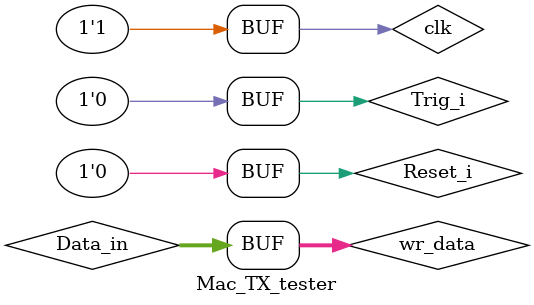
<source format=v>
`timescale 1ns / 1ps


module Mac_TX_tester;

	// Inputs
	reg clk;
	reg Trig_i;
	reg Reset_i;
	reg [7:0] Data_in;
	reg Last_byte;

	// Outputs
	wire Busy;
	wire Data_Strobe;
	wire PHY_TXEN_o;
	wire PHY_GTXCLK_o;
	wire [3:0] PHY_TXD_o;

	// Instantiate the Unit Under Test (UUT)
	Mac_TX uut (
    .clk(clk), 
    .Reset_i(Reset_i), 
	 
    .Trig_i(Trig_i), 
    .Data_in(Data_in), 
    .Last_byte(Last_byte), 
    .Data_Strobe(Data_Strobe), 
    .Busy(Busy), 
	 
    .PHY_TXEN_o(PHY_TXEN_o), 
    .PHY_GTXCLK_o(PHY_GTXCLK_o), 
    .PHY_TXD_o(PHY_TXD_o)
	);

	initial begin
		// Initialize Inputs
		clk = 0;
		Trig_i = 0;
		Reset_i = 1;
		Data_in = 8'b0;
		Last_byte = 0;
		

		// Wait 100 ns for global reset to finish
		#100;
		Reset_i = 0;
		
		#100
		Trig_i = 1;
		
		#101
		Trig_i = 0;
		
//		repeat(100) begin
//			Data_in = Data_in + 1;
//			#8;
//		end
//		#1;
//		Last_byte = 1;
//		Data_in = Data_in + 1;
//		#8;
//		Last_byte = 0;
//		Data_in = Data_in + 1;
		
		// Add stimulus here

	end
	
	
	//Last_byte
	always @ (posedge clk)
		Last_byte <= (wr_addr == 'd58);
		
	//wr_addr
	reg[9:0] wr_addr;
	always@(posedge clk)
		if(Reset_i | Last_byte)
			wr_addr <= 0;
		else if(Busy)
			wr_addr <= wr_addr + 1;	//delay mode
	
			
	//wr_data
	reg [7:0] wr_data;
	always@(posedge clk)
		case(wr_addr)
			'd0:	wr_data <= 8'h55;                               
			'd1:	wr_data <= 8'h55;                               
			'd2:	wr_data <= 8'h55;                                   
			'd3:	wr_data <= 8'h55;                                   
			'd4:	wr_data <= 8'h55;                                   
			'd5:	wr_data <= 8'h55;                                   
			'd6:	wr_data <= 8'h55;                                   
			'd7:	wr_data <= 8'hd5;
			                                   
			'd8:	wr_data <= 8'h4b;                                     
			'd9:	wr_data <= 8'h45;                                     
			'd10:	wr_data <= 8'h59;                                 
			'd11:	wr_data <= 8'h00;                                 
			'd12:	wr_data <= 8'h00;                                 
			'd13:	wr_data <= 8'h01;    
			                             
			'd14:	wr_data <= 8'h3c;                                 
			'd15:	wr_data <= 8'h97;                                 
			'd16:	wr_data <= 8'h0e;                                 
			'd17:	wr_data <= 8'h38;                                 
			'd18:	wr_data <= 8'h46;                                 
			'd19:	wr_data <= 8'hf0;    
			                             
			'd20:	wr_data <= 8'h00;                               
			'd21:	wr_data <= 8'h0c;		//ethernet length is 12 byte
			
			'd22:	wr_data <= 8'h42;                                   
			'd23:	wr_data <= 8'h01;		//flag                        
			'd24:	wr_data <= 8'h80; 	//cmd_h                            
			'd25:	wr_data <= 8'h00;	  //cmd_l                            
			'd26:	wr_data <= 8'h00;                                   
			'd27:	wr_data <= 8'h04;		//data length is 4 byte         
			'd28:	wr_data <= 8'h00;                       
			'd29:	wr_data <= 8'h34;		//rst_id                        
			'd30:	wr_data <= 8'h00;		//                  
			'd31:	wr_data <= 8'h00;		//                  
			'd32:	wr_data <= 8'h00;		//                  
			'd33:	wr_data <= 8'h00;		//   addr
			
			//fcs                 
//			'd60:	wr_data <= 8'h12;		//                    
//			'd61:	wr_data <= 8'h34;		//                    
//			'd62:	wr_data <= 8'h56;		//                    
//			'd63:	wr_data <= 8'h78;		//                    
			
           default: 	wr_data <=8'h00;
         endcase	
	
	always @*
		Data_in <= wr_data;
	
	always 
	begin
		clk = 1'b0;
		#4 clk = 1'b1;
		#4;
	end  

      
endmodule


</source>
